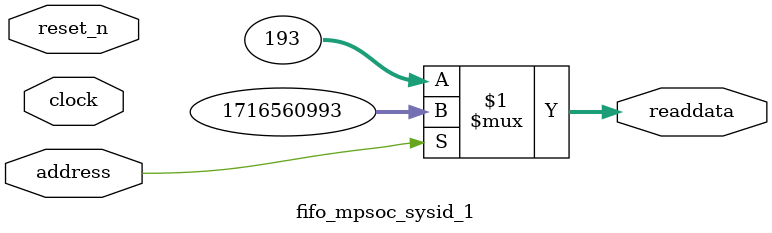
<source format=v>

`timescale 1ns / 1ps
// synthesis translate_on

// turn off superfluous verilog processor warnings 
// altera message_level Level1 
// altera message_off 10034 10035 10036 10037 10230 10240 10030 

module fifo_mpsoc_sysid_1 (
               // inputs:
                address,
                clock,
                reset_n,

               // outputs:
                readdata
             )
;

  output  [ 31: 0] readdata;
  input            address;
  input            clock;
  input            reset_n;

  wire    [ 31: 0] readdata;
  //control_slave, which is an e_avalon_slave
  assign readdata = address ? 1716560993 : 193;

endmodule




</source>
